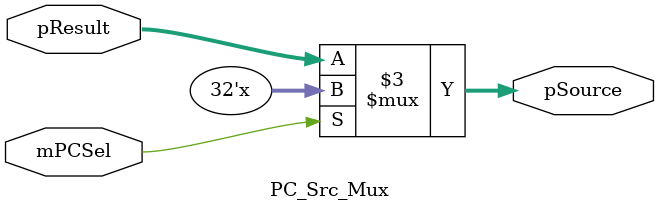
<source format=v>
module PC_Src_Mux(
	input mPCSel,
	input [31:0]pResult,
	output reg [31:0]pSource
);

//2 - Declaracion de cables y registros

//3 - Cuerpo del modulo

//Bloque secuencial
always @*
begin
	case(mPCSel)
	1'b0:
		pSource = pResult;
	default:
		pSource = 32'bz;
	endcase
end

endmodule

</source>
